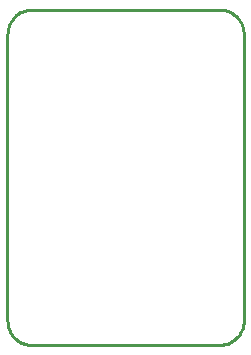
<source format=gm1>
%FSTAX44Y44*%
%MOMM*%
%SFA1B1*%

%IPPOS*%
%ADD25C,0.253999*%
%LNpcb1-1*%
%LPD*%
G54D25*
X00846482Y00261025D02*
D01*
X00846533Y00259584*
X00846683Y0025815*
X00846934Y00256729*
X00847283Y0025533*
X00847729Y00253959*
X00848269Y00252621*
X00848901Y00251325*
X00849622Y00250076*
X00850429Y00248881*
X00851316Y00247744*
X00852281Y00246672*
X00853319Y00245671*
X00854423Y00244743*
X0085559Y00243896*
X00856813Y00243132*
X00858087Y00242454*
X00859404Y00241868*
X0086076Y00241375*
X00862146Y00240977*
X00863557Y00240677*
X00864985Y00240477*
X00866423Y00240376*
X00867144Y00240363*
X01025824Y00240362D02*
D01*
X01027266Y00240413*
X010287Y00240563*
X0103012Y00240814*
X0103152Y00241163*
X01032891Y00241608*
X01034228Y00242149*
X01035524Y00242781*
X01036774Y00243502*
X01037969Y00244308*
X01039106Y00245196*
X01040178Y00246161*
X01041179Y00247199*
X01042106Y00248304*
X01042954Y0024947*
X01043718Y00250693*
X01044395Y00251967*
X01044982Y00253284*
X01045475Y0025464*
X01045873Y00256026*
X01046172Y00257436*
X01046373Y00258865*
X01046474Y00260303*
X01046485Y00261024*
X00867142Y00524328D02*
D01*
X00865701Y00524278*
X00864267Y00524127*
X00862846Y00523877*
X00861447Y00523528*
X00860076Y00523082*
X00858738Y00522542*
X00857442Y0052191*
X00856193Y00521189*
X00854998Y00520382*
X00853861Y00519494*
X00852789Y00518529*
X00851787Y00517492*
X0085086Y00516387*
X00850013Y0051522*
X00849249Y00513997*
X00848572Y00512724*
X00847985Y00511406*
X00847492Y00510051*
X00847094Y00508665*
X00846794Y00507254*
X00846593Y00505826*
X00846493Y00504387*
X0084648Y00503666*
X01046483Y00503665D02*
D01*
X01046433Y00505107*
X01046282Y00506541*
X01046032Y00507961*
X01045683Y00509361*
X01045237Y00510732*
X01044697Y00512069*
X01044065Y00513366*
X01043344Y00514615*
X01042537Y0051581*
X01041649Y00516947*
X01040684Y00518019*
X01039647Y0051902*
X01038542Y00519947*
X01037375Y00520795*
X01036152Y00521559*
X01034879Y00522236*
X01033562Y00522823*
X01032206Y00523316*
X0103082Y00523714*
X01029409Y00524013*
X01027981Y00524214*
X01026543Y00524315*
X01025822Y00524327*
X01046484Y00503666D02*
D01*
X01046434Y00505108*
X01046283Y00506542*
X01046033Y00507962*
X01045684Y00509362*
X01045238Y00510733*
X01044698Y0051207*
X01044066Y00513367*
X01043345Y00514615*
X01042538Y00515811*
X0104165Y00516948*
X01040685Y00518019*
X01039648Y00519021*
X01038543Y00519948*
X01037376Y00520796*
X01036153Y0052156*
X0103488Y00522237*
X01033563Y00522824*
X01032207Y00523317*
X01030821Y00523715*
X0102941Y00524014*
X01027982Y00524215*
X01026544Y00524316*
X01025823Y00524328*
X01025824Y00240362D02*
D01*
X01027266Y00240413*
X010287Y00240563*
X0103012Y00240814*
X0103152Y00241163*
X01032891Y00241608*
X01034228Y00242149*
X01035524Y00242781*
X01036774Y00243502*
X01037969Y00244308*
X01039106Y00245196*
X01040178Y00246161*
X01041179Y00247199*
X01042106Y00248304*
X01042954Y0024947*
X01043718Y00250693*
X01044395Y00251967*
X01044982Y00253284*
X01045475Y0025464*
X01045873Y00256026*
X01046172Y00257436*
X01046373Y00258865*
X01046474Y00260303*
X01046485Y00261024*
X00846483Y00261025D02*
D01*
X00846534Y00259584*
X00846684Y0025815*
X00846935Y00256729*
X00847284Y0025533*
X00847729Y00253959*
X0084827Y00252621*
X00848902Y00251325*
X00849623Y00250076*
X00850429Y00248881*
X00851317Y00247744*
X00852282Y00246672*
X0085332Y00245671*
X00854425Y00244743*
X00855591Y00243896*
X00856814Y00243132*
X00858088Y00242454*
X00859405Y00241868*
X00860761Y00241375*
X00862147Y00240977*
X00863557Y00240677*
X00864986Y00240477*
X00866424Y00240376*
X00867144Y00240363*
X01046483Y00281686D02*
Y00483006D01*
X00846483Y00281686D02*
Y00483006D01*
X00867144Y00240363D02*
X00887805D01*
X00846482Y00261025D02*
Y00281684D01*
X01005164Y00240362D02*
X01025824D01*
X01046485Y00261024D02*
Y00281686D01*
X0084648Y00483006D02*
Y00503666D01*
X00867142Y00524328D02*
X00887801D01*
X01046483Y00483006D02*
Y00503665D01*
X01005161Y00524327D02*
X01025822D01*
X00887802D02*
X01005161D01*
X01046484Y00483007D02*
Y00503666D01*
X01005162Y00524328D02*
X01025823D01*
X01005164Y00240362D02*
X01025824D01*
X01046485Y00261024D02*
Y00281686D01*
X00846483Y00261025D02*
Y00281684D01*
X00867144Y00240363D02*
X01005164Y00240362D01*
M02*
</source>
